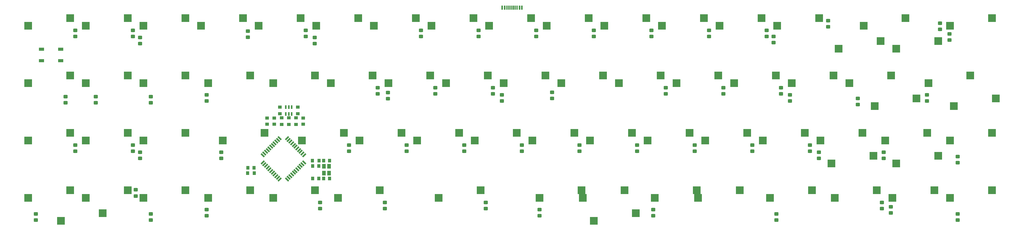
<source format=gbp>
G04 #@! TF.GenerationSoftware,KiCad,Pcbnew,(5.99.0-10161-g3a96736b1f)*
G04 #@! TF.CreationDate,2021-06-27T22:26:18+03:00*
G04 #@! TF.ProjectId,lyra_beta,6c797261-5f62-4657-9461-2e6b69636164,rev?*
G04 #@! TF.SameCoordinates,Original*
G04 #@! TF.FileFunction,Paste,Bot*
G04 #@! TF.FilePolarity,Positive*
%FSLAX46Y46*%
G04 Gerber Fmt 4.6, Leading zero omitted, Abs format (unit mm)*
G04 Created by KiCad (PCBNEW (5.99.0-10161-g3a96736b1f)) date 2021-06-27 22:26:18*
%MOMM*%
%LPD*%
G01*
G04 APERTURE LIST*
G04 Aperture macros list*
%AMRoundRect*
0 Rectangle with rounded corners*
0 $1 Rounding radius*
0 $2 $3 $4 $5 $6 $7 $8 $9 X,Y pos of 4 corners*
0 Add a 4 corners polygon primitive as box body*
4,1,4,$2,$3,$4,$5,$6,$7,$8,$9,$2,$3,0*
0 Add four circle primitives for the rounded corners*
1,1,$1+$1,$2,$3*
1,1,$1+$1,$4,$5*
1,1,$1+$1,$6,$7*
1,1,$1+$1,$8,$9*
0 Add four rect primitives between the rounded corners*
20,1,$1+$1,$2,$3,$4,$5,0*
20,1,$1+$1,$4,$5,$6,$7,0*
20,1,$1+$1,$6,$7,$8,$9,0*
20,1,$1+$1,$8,$9,$2,$3,0*%
%AMRotRect*
0 Rectangle, with rotation*
0 The origin of the aperture is its center*
0 $1 length*
0 $2 width*
0 $3 Rotation angle, in degrees counterclockwise*
0 Add horizontal line*
21,1,$1,$2,0,0,$3*%
G04 Aperture macros list end*
%ADD10R,2.550000X2.500000*%
%ADD11R,1.700000X1.000000*%
%ADD12R,1.300000X1.000000*%
%ADD13R,0.600000X1.450000*%
%ADD14R,0.300000X1.450000*%
%ADD15R,0.600000X1.200000*%
%ADD16RoundRect,0.250000X0.450000X-0.325000X0.450000X0.325000X-0.450000X0.325000X-0.450000X-0.325000X0*%
%ADD17R,1.250000X1.000000*%
%ADD18R,1.000000X1.300000*%
%ADD19R,1.000000X1.250000*%
%ADD20R,1.300000X1.500000*%
%ADD21RotRect,1.500000X0.550000X225.000000*%
%ADD22RotRect,1.500000X0.550000X135.000000*%
%ADD23RoundRect,0.250000X-0.450000X0.325000X-0.450000X-0.325000X0.450000X-0.325000X0.450000X0.325000X0*%
G04 APERTURE END LIST*
D10*
X342046000Y-118745000D03*
X328196000Y-121285000D03*
X153927500Y-61595000D03*
X140077500Y-64135000D03*
X192028000Y-61595000D03*
X178178000Y-64135000D03*
X230128000Y-61595000D03*
X216278000Y-64135000D03*
X268228000Y-61595000D03*
X254378000Y-64135000D03*
X306328000Y-61595000D03*
X292478000Y-64135000D03*
X344428000Y-61595000D03*
X330578000Y-64135000D03*
X369948000Y-71755000D03*
X383798000Y-69215000D03*
X96778000Y-61595000D03*
X82928000Y-64135000D03*
X134878000Y-61595000D03*
X121028000Y-64135000D03*
X156308800Y-80645000D03*
X142458800Y-83185000D03*
X196790000Y-80645000D03*
X182940000Y-83185000D03*
X234890000Y-80645000D03*
X221040000Y-83185000D03*
X311090000Y-80645000D03*
X297240000Y-83185000D03*
X349190000Y-80645000D03*
X335340000Y-83185000D03*
X394434000Y-80645000D03*
X380584000Y-83185000D03*
X96778000Y-80645000D03*
X82928000Y-83185000D03*
X161071200Y-99695000D03*
X147221200Y-102235000D03*
X206315000Y-99695000D03*
X192465000Y-102235000D03*
X244415000Y-99695000D03*
X230565000Y-102235000D03*
X282515000Y-99695000D03*
X268665000Y-102235000D03*
X320615000Y-99695000D03*
X306765000Y-102235000D03*
X358715000Y-99695000D03*
X344865000Y-102235000D03*
X401578000Y-99695000D03*
X387728000Y-102235000D03*
X96778000Y-99695000D03*
X82928000Y-102235000D03*
X134878000Y-99695000D03*
X121028000Y-102235000D03*
X156308800Y-118745000D03*
X142458800Y-121285000D03*
X199171000Y-118745000D03*
X185321000Y-121285000D03*
X388998000Y-90805000D03*
X402848000Y-88265000D03*
X265846000Y-118745000D03*
X251996000Y-121285000D03*
X303946000Y-118745000D03*
X290096000Y-121285000D03*
X382528000Y-118745000D03*
X368678000Y-121285000D03*
X96778000Y-118745000D03*
X82928000Y-121285000D03*
X134878000Y-118745000D03*
X121028000Y-121285000D03*
X172978000Y-61595000D03*
X159128000Y-64135000D03*
X211078000Y-61595000D03*
X197228000Y-64135000D03*
X249178000Y-61595000D03*
X235328000Y-64135000D03*
X287278000Y-61595000D03*
X273428000Y-64135000D03*
X325378000Y-61595000D03*
X311528000Y-64135000D03*
X350898000Y-71755000D03*
X364748000Y-69215000D03*
X401578000Y-61595000D03*
X387728000Y-64135000D03*
X115828000Y-61595000D03*
X101978000Y-64135000D03*
X93722000Y-128905000D03*
X107572000Y-126365000D03*
X177740000Y-80645000D03*
X163890000Y-83185000D03*
X215840000Y-80645000D03*
X201990000Y-83185000D03*
X253940000Y-80645000D03*
X240090000Y-83185000D03*
X292040000Y-80645000D03*
X278190000Y-83185000D03*
X330140000Y-80645000D03*
X316290000Y-83185000D03*
X368240000Y-80645000D03*
X354390000Y-83185000D03*
X362804000Y-90805000D03*
X376654000Y-88265000D03*
X115828000Y-80645000D03*
X101978000Y-83185000D03*
X348516000Y-109855000D03*
X362366000Y-107315000D03*
X187265000Y-99695000D03*
X173415000Y-102235000D03*
X225365000Y-99695000D03*
X211515000Y-102235000D03*
X263465000Y-99695000D03*
X249615000Y-102235000D03*
X301565000Y-99695000D03*
X287715000Y-102235000D03*
X339665000Y-99695000D03*
X325815000Y-102235000D03*
X380146000Y-99695000D03*
X366296000Y-102235000D03*
X373002000Y-61595000D03*
X359152000Y-64135000D03*
X115828000Y-99695000D03*
X101978000Y-102235000D03*
X369948000Y-109855000D03*
X383798000Y-107315000D03*
X177740000Y-118745000D03*
X163890000Y-121285000D03*
X232509000Y-118745000D03*
X218659000Y-121285000D03*
X280134000Y-118745000D03*
X266284000Y-121285000D03*
X269935000Y-128905000D03*
X283785000Y-126365000D03*
X318234000Y-118745000D03*
X304384000Y-121285000D03*
X363478000Y-118745000D03*
X349628000Y-121285000D03*
X401578000Y-118745000D03*
X387728000Y-121285000D03*
X115828000Y-118745000D03*
X101978000Y-121285000D03*
X272990000Y-80645000D03*
X259140000Y-83185000D03*
X134878000Y-80645000D03*
X121028000Y-83185000D03*
D11*
X87337500Y-71918800D03*
X93637500Y-71918800D03*
X87337500Y-75718800D03*
X93637500Y-75718800D03*
D12*
X166688000Y-96936900D03*
X166688000Y-94736900D03*
D13*
X239663000Y-58137170D03*
X240438000Y-58137170D03*
D14*
X241138000Y-58137170D03*
X241638000Y-58137170D03*
X242138000Y-58137170D03*
X242638000Y-58137170D03*
X243138000Y-58137170D03*
X243638000Y-58137170D03*
X244138000Y-58137170D03*
X244638000Y-58137170D03*
D13*
X245338000Y-58137170D03*
X246113000Y-58137170D03*
D12*
X169069000Y-96945300D03*
X169069000Y-94745300D03*
X171450000Y-94745300D03*
X171450000Y-96945300D03*
X172045000Y-91173500D03*
X172045000Y-93373500D03*
D15*
X168119000Y-91123500D03*
X169069000Y-91123500D03*
X170019000Y-91123500D03*
X170019000Y-93423500D03*
X169069000Y-93423500D03*
X168119000Y-93423500D03*
D12*
X166092000Y-93373500D03*
X166092000Y-91173500D03*
D16*
X330263000Y-128660000D03*
X330263000Y-126610000D03*
D17*
X173831000Y-96845300D03*
X173831000Y-94845300D03*
D18*
X155467200Y-113109000D03*
X157667200Y-113109000D03*
D19*
X155567200Y-111323000D03*
X157567200Y-111323000D03*
D17*
X161925000Y-94845300D03*
X161925000Y-96845300D03*
D19*
X178998000Y-114895000D03*
X176998000Y-114895000D03*
D17*
X164306000Y-94845300D03*
X164306000Y-96845300D03*
D19*
X182570000Y-114895000D03*
X180570000Y-114895000D03*
D20*
X180720000Y-113069000D03*
X182420000Y-110769000D03*
X182420000Y-113069000D03*
X180720000Y-110769000D03*
D19*
X182570000Y-108942000D03*
X180570000Y-108942000D03*
D18*
X176898000Y-108942000D03*
X179098000Y-108942000D03*
D21*
X168485082Y-101488064D03*
X169050767Y-102053750D03*
X169616452Y-102619435D03*
X170182138Y-103185120D03*
X170747823Y-103750806D03*
X171313509Y-104316491D03*
X171879194Y-104882177D03*
X172444880Y-105447862D03*
X173010565Y-106013548D03*
X173576250Y-106579233D03*
X174141936Y-107144918D03*
D22*
X174141936Y-109549082D03*
X173576250Y-110114767D03*
X173010565Y-110680452D03*
X172444880Y-111246138D03*
X171879194Y-111811823D03*
X171313509Y-112377509D03*
X170747823Y-112943194D03*
X170182138Y-113508880D03*
X169616452Y-114074565D03*
X169050767Y-114640250D03*
X168485082Y-115205936D03*
D21*
X166080918Y-115205936D03*
X165515233Y-114640250D03*
X164949548Y-114074565D03*
X164383862Y-113508880D03*
X163818177Y-112943194D03*
X163252491Y-112377509D03*
X162686806Y-111811823D03*
X162121120Y-111246138D03*
X161555435Y-110680452D03*
X160989750Y-110114767D03*
X160424064Y-109549082D03*
D22*
X160424064Y-107144918D03*
X160989750Y-106579233D03*
X161555435Y-106013548D03*
X162121120Y-105447862D03*
X162686806Y-104882177D03*
X163252491Y-104316491D03*
X163818177Y-103750806D03*
X164383862Y-103185120D03*
X164949548Y-102619435D03*
X165515233Y-102053750D03*
X166080918Y-101488064D03*
D19*
X178998000Y-110728000D03*
X176998000Y-110728000D03*
D16*
X387549000Y-68890600D03*
X387549000Y-66840600D03*
X155511500Y-67954000D03*
X155511500Y-65904000D03*
X177664000Y-70081200D03*
X177664000Y-68031200D03*
X231838000Y-67700000D03*
X231838000Y-65650000D03*
X269938000Y-67700000D03*
X269938000Y-65650000D03*
X308038000Y-67700000D03*
X308038000Y-65650000D03*
X347408500Y-64534000D03*
X347408500Y-62484000D03*
D23*
X384404000Y-63268800D03*
X384404000Y-65318800D03*
D16*
X98488000Y-67700000D03*
X98488000Y-65650000D03*
X119918000Y-70081200D03*
X119918000Y-68031200D03*
X141945300Y-89131200D03*
X141945300Y-87081200D03*
X198500000Y-86750000D03*
X198500000Y-84700000D03*
X236600000Y-86750000D03*
X236600000Y-84700000D03*
X256095500Y-88274000D03*
X256095500Y-86224000D03*
X312800000Y-86750000D03*
X312800000Y-84700000D03*
X334826000Y-89131200D03*
X334826000Y-87081200D03*
X380070000Y-89131200D03*
X380070000Y-87081200D03*
X95249500Y-89726500D03*
X95249500Y-87676500D03*
X123490000Y-89726500D03*
X123490000Y-87676500D03*
X146707800Y-108181000D03*
X146707800Y-106131000D03*
X208025000Y-105800000D03*
X208025000Y-103750000D03*
X246125000Y-105800000D03*
X246125000Y-103750000D03*
X284225000Y-105800000D03*
X284225000Y-103750000D03*
X322325000Y-105800000D03*
X322325000Y-103750000D03*
X344352000Y-108181000D03*
X344352000Y-106131000D03*
X390207000Y-109661600D03*
X390207000Y-107611600D03*
X98488000Y-105800000D03*
X98488000Y-103750000D03*
X119918000Y-108181000D03*
X119918000Y-106131000D03*
X141945300Y-127231000D03*
X141945300Y-125181000D03*
X200881000Y-124850000D03*
X200881000Y-122800000D03*
X251996000Y-127231000D03*
X251996000Y-125181000D03*
X289583000Y-127231000D03*
X289583000Y-125181000D03*
X368109000Y-126298600D03*
X368109000Y-124248600D03*
X85407500Y-128660000D03*
X85407500Y-126610000D03*
D23*
X123490000Y-126655000D03*
X123490000Y-128705000D03*
D16*
X174688000Y-67700000D03*
X174688000Y-65650000D03*
X212788000Y-67700000D03*
X212788000Y-65650000D03*
X250888000Y-67700000D03*
X250888000Y-65650000D03*
X288988000Y-67700000D03*
X288988000Y-65650000D03*
X327088000Y-67700000D03*
X327088000Y-65650000D03*
D23*
X329374500Y-67682000D03*
X329374500Y-69732000D03*
D16*
X117538000Y-67700000D03*
X117538000Y-65650000D03*
X201866500Y-88401000D03*
X201866500Y-86351000D03*
X217550000Y-86750000D03*
X217550000Y-84700000D03*
X239577000Y-89131200D03*
X239577000Y-87081200D03*
X293750000Y-86750000D03*
X293750000Y-84700000D03*
X331850000Y-86750000D03*
X331850000Y-84700000D03*
X357188000Y-90321900D03*
X357188000Y-88271900D03*
X105219000Y-89726500D03*
X105219000Y-87676500D03*
X188975000Y-105800000D03*
X188975000Y-103750000D03*
X227075000Y-105800000D03*
X227075000Y-103750000D03*
X265175000Y-105800000D03*
X265175000Y-103750000D03*
X303275000Y-105800000D03*
X303275000Y-103750000D03*
X341375000Y-105800000D03*
X341375000Y-103750000D03*
X365783000Y-108181000D03*
X365783000Y-106131000D03*
X117538000Y-105800000D03*
X117538000Y-103750000D03*
X179450000Y-124850000D03*
X179450000Y-122800000D03*
X234219000Y-124850000D03*
X234219000Y-122800000D03*
X365188000Y-124850000D03*
X365188000Y-122800000D03*
X390207000Y-128660000D03*
X390207000Y-126610000D03*
X118467000Y-120683000D03*
X118467000Y-118633000D03*
M02*

</source>
